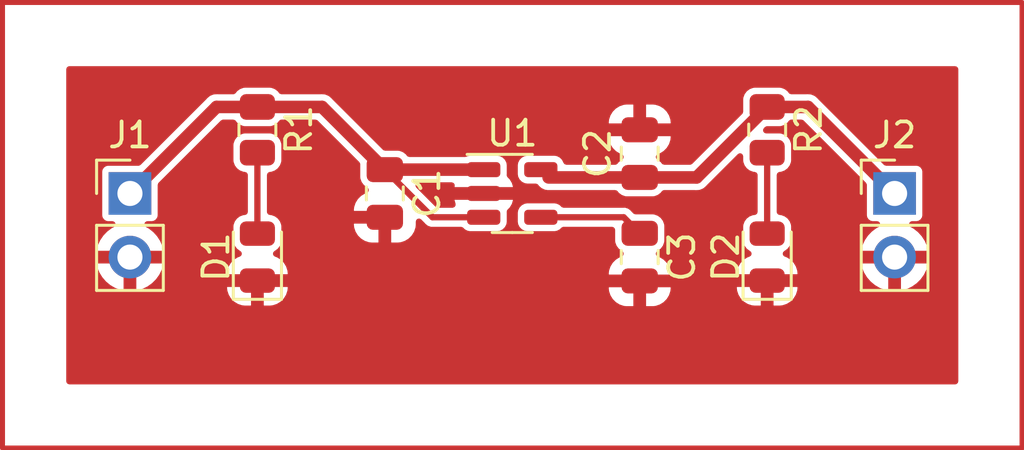
<source format=kicad_pcb>
(kicad_pcb (version 20211014) (generator pcbnew)
  (layers (0 "F.Cu" signal) (31 "B.Cu" signal) (34 "B.Paste" user) (35 "F.Paste" user) (36 "B.SilkS" user "B.Silkscreen") (37 "F.SilkS" user "F.Silkscreen") (38 "B.Mask" user) (39 "F.Mask" user) (44 "Edge.Cuts" user))
  (net 0 "")
  (net 1 "Net-(C1-Pad1)")
  (net 2 "GND")
  (net 3 "Net-(C2-Pad1)")
  (net 4 "Net-(C3-Pad1)")
  (net 5 "Net-(D1-Pad2)")
  (net 6 "Net-(R2-Pad2)")
  (footprint "Capacitor_SMD:C_0805_2012Metric" (layer "F.Cu") (at 152.4 83.82 -90)
    (fp_text reference "C1" (at 0 -1.68 90) (layer "F.SilkS"))
    (fp_text value "0.1uF")
    (fp_line (start -0.261252 -0.735) (end 0.261252 -0.735) (layer "F.SilkS") (width 0.12))
    (fp_line (start -0.261252 0.735) (end 0.261252 0.735) (layer "F.SilkS") (width 0.12))
    (pad "1" smd roundrect (at -0.95 0 270) (size 1 1.45) (layers "F.Cu" "F.Paste" "F.Mask") (net 1 "Net-(C1-Pad1)"))
    (pad "2" smd roundrect (at 0.95 0 270) (size 1 1.45) (layers "F.Cu" "F.Paste" "F.Mask") (net 2 "GND"))
  )
  (footprint "Resistor_SMD:R_0805_2012Metric" (layer "F.Cu") (at 167.64 81.28 -90)
    (fp_text reference "R2" (at 0 -1.65 90) (layer "F.SilkS"))
    (fp_text value "R")
    (fp_line (start -0.227064 -0.735) (end 0.227064 -0.735) (layer "F.SilkS") (width 0.12))
    (fp_line (start -0.227064 0.735) (end 0.227064 0.735) (layer "F.SilkS") (width 0.12))
    (pad "1" smd roundrect (at -0.9125 0 270) (size 1.025 1.4) (layers "F.Cu" "F.Paste" "F.Mask") (roundrect_rratio 0.243902) (net 3 "Net-(C2-Pad1)"))
    (pad "2" smd roundrect (at 0.9125 0 270) (size 1.025 1.4) (layers "F.Cu" "F.Paste" "F.Mask") (roundrect_rratio 0.243902) (net 6 "Net-(R2-Pad2)"))
  )
  (footprint "Capacitor_SMD:C_0805_2012Metric" (layer "F.Cu") (at 162.56 82.23 90)
    (fp_text reference "C2" (at 0 -1.68 90) (layer "F.SilkS"))
    (fp_text value "2.2uF")
    (fp_line (start -0.261252 0.735) (end 0.261252 0.735) (layer "F.SilkS") (width 0.12))
    (fp_line (start -0.261252 -0.735) (end 0.261252 -0.735) (layer "F.SilkS") (width 0.12))
    (pad "1" smd roundrect (at -0.95 0 90) (size 1 1.45) (layers "F.Cu" "F.Paste" "F.Mask") (net 3 "Net-(C2-Pad1)"))
    (pad "2" smd roundrect (at 0.95 0 90) (size 1 1.45) (layers "F.Cu" "F.Paste" "F.Mask") (net 2 "GND"))
  )
  (footprint "Connector_PinHeader_2.54mm:PinHeader_1x02_P2.54mm_Vertical" (layer "F.Cu") (at 142.24 83.82)
    (fp_text reference "J1" (at 0 -2.33) (layer "F.SilkS"))
    (fp_text value "Conn_01x02")
    (fp_line (start -1.33 0) (end -1.33 -1.33) (layer "F.SilkS") (width 0.12))
    (fp_line (start -1.33 -1.33) (end 0 -1.33) (layer "F.SilkS") (width 0.12))
    (fp_line (start -1.33 1.27) (end 1.33 1.27) (layer "F.SilkS") (width 0.12))
    (fp_line (start 1.33 1.27) (end 1.33 3.87) (layer "F.SilkS") (width 0.12))
    (fp_line (start -1.33 1.27) (end -1.33 3.87) (layer "F.SilkS") (width 0.12))
    (fp_line (start -1.33 3.87) (end 1.33 3.87) (layer "F.SilkS") (width 0.12))
    (pad "1" thru_hole rect (at 0 0) (size 1.7 1.7) (drill 1) (layers *.Cu *.Mask) (net 1 "Net-(C1-Pad1)"))
    (pad "2" thru_hole oval (at 0 2.54) (size 1.7 1.7) (drill 1) (layers *.Cu *.Mask) (net 2 "GND"))
  )
  (footprint "Resistor_SMD:R_0805_2012Metric" (layer "F.Cu") (at 147.32 81.28 -90)
    (fp_text reference "R1" (at 0 -1.65 90) (layer "F.SilkS"))
    (fp_text value "R")
    (fp_line (start -0.227064 0.735) (end 0.227064 0.735) (layer "F.SilkS") (width 0.12))
    (fp_line (start -0.227064 -0.735) (end 0.227064 -0.735) (layer "F.SilkS") (width 0.12))
    (pad "1" smd roundrect (at -0.9125 0 270) (size 1.025 1.4) (layers "F.Cu" "F.Paste" "F.Mask") (roundrect_rratio 0.243902) (net 1 "Net-(C1-Pad1)"))
    (pad "2" smd roundrect (at 0.9125 0 270) (size 1.025 1.4) (layers "F.Cu" "F.Paste" "F.Mask") (roundrect_rratio 0.243902) (net 5 "Net-(D1-Pad2)"))
  )
  (footprint "LED_SMD:LED_0805_2012Metric" (layer "F.Cu") (at 167.64 86.36 90)
    (fp_text reference "D2" (at 0 -1.65 90) (layer "F.SilkS"))
    (fp_text value "LED")
    (fp_line (start -1.685 0.96) (end 1 0.96) (layer "F.SilkS") (width 0.12))
    (fp_line (start -1.685 -0.96) (end -1.685 0.96) (layer "F.SilkS") (width 0.12))
    (fp_line (start 1 -0.96) (end -1.685 -0.96) (layer "F.SilkS") (width 0.12))
    (pad "1" smd roundrect (at -0.9375 0 90) (size 0.975 1.4) (layers "F.Cu" "F.Paste" "F.Mask") (net 2 "GND"))
    (pad "2" smd roundrect (at 0.9375 0 90) (size 0.975 1.4) (layers "F.Cu" "F.Paste" "F.Mask") (net 6 "Net-(R2-Pad2)"))
  )
  (footprint "LED_SMD:LED_0805_2012Metric" (layer "F.Cu") (at 147.32 86.36 90)
    (fp_text reference "D1" (at 0 -1.65 90) (layer "F.SilkS"))
    (fp_text value "LED")
    (fp_line (start -1.685 0.96) (end 1 0.96) (layer "F.SilkS") (width 0.12))
    (fp_line (start -1.685 -0.96) (end -1.685 0.96) (layer "F.SilkS") (width 0.12))
    (fp_line (start 1 -0.96) (end -1.685 -0.96) (layer "F.SilkS") (width 0.12))
    (pad "1" smd roundrect (at -0.9375 0 90) (size 0.975 1.4) (layers "F.Cu" "F.Paste" "F.Mask") (net 2 "GND"))
    (pad "2" smd roundrect (at 0.9375 0 90) (size 0.975 1.4) (layers "F.Cu" "F.Paste" "F.Mask") (net 5 "Net-(D1-Pad2)"))
  )
  (footprint "Capacitor_SMD:C_0805_2012Metric" (layer "F.Cu") (at 162.56 86.36 -90)
    (fp_text reference "C3" (at 0 -1.68 90) (layer "F.SilkS"))
    (fp_text value "0.01uF")
    (fp_line (start -0.261252 0.735) (end 0.261252 0.735) (layer "F.SilkS") (width 0.12))
    (fp_line (start -0.261252 -0.735) (end 0.261252 -0.735) (layer "F.SilkS") (width 0.12))
    (pad "1" smd roundrect (at -0.95 0 270) (size 1 1.45) (layers "F.Cu" "F.Paste" "F.Mask") (net 4 "Net-(C3-Pad1)"))
    (pad "2" smd roundrect (at 0.95 0 270) (size 1 1.45) (layers "F.Cu" "F.Paste" "F.Mask") (net 2 "GND"))
  )
  (footprint "Connector_PinHeader_2.54mm:PinHeader_1x02_P2.54mm_Vertical" (layer "F.Cu") (at 172.72 83.82)
    (fp_text reference "J2" (at 0 -2.33) (layer "F.SilkS"))
    (fp_text value "Conn_01x02")
    (fp_line (start -1.33 3.87) (end 1.33 3.87) (layer "F.SilkS") (width 0.12))
    (fp_line (start -1.33 1.27) (end 1.33 1.27) (layer "F.SilkS") (width 0.12))
    (fp_line (start 1.33 1.27) (end 1.33 3.87) (layer "F.SilkS") (width 0.12))
    (fp_line (start -1.33 1.27) (end -1.33 3.87) (layer "F.SilkS") (width 0.12))
    (fp_line (start -1.33 0) (end -1.33 -1.33) (layer "F.SilkS") (width 0.12))
    (fp_line (start -1.33 -1.33) (end 0 -1.33) (layer "F.SilkS") (width 0.12))
    (pad "1" thru_hole rect (at 0 0) (size 1.7 1.7) (drill 1) (layers *.Cu *.Mask) (net 3 "Net-(C2-Pad1)"))
    (pad "2" thru_hole oval (at 0 2.54) (size 1.7 1.7) (drill 1) (layers *.Cu *.Mask) (net 2 "GND"))
  )
  (footprint "Package_TO_SOT_SMD:SOT-23-5" (layer "F.Cu") (at 157.48 83.82)
    (fp_text reference "U1" (at 0 -2.4) (layer "F.SilkS"))
    (fp_text value "TPS79333-EP")
    (fp_line (start 0 1.56) (end -0.8 1.56) (layer "F.SilkS") (width 0.12))
    (fp_line (start 0 -1.56) (end 0.8 -1.56) (layer "F.SilkS") (width 0.12))
    (fp_line (start 0 -1.56) (end -1.8 -1.56) (layer "F.SilkS") (width 0.12))
    (fp_line (start 0 1.56) (end 0.8 1.56) (layer "F.SilkS") (width 0.12))
    (pad "1" smd roundrect (at -1.1375 -0.95) (size 1.325 0.6) (layers "F.Cu" "F.Paste" "F.Mask") (net 1 "Net-(C1-Pad1)"))
    (pad "2" smd roundrect (at -1.1375 0) (size 1.325 0.6) (layers "F.Cu" "F.Paste" "F.Mask") (net 2 "GND"))
    (pad "3" smd roundrect (at -1.1375 0.95) (size 1.325 0.6) (layers "F.Cu" "F.Paste" "F.Mask") (net 1 "Net-(C1-Pad1)"))
    (pad "4" smd roundrect (at 1.1375 0.95) (size 1.325 0.6) (layers "F.Cu" "F.Paste" "F.Mask") (net 4 "Net-(C3-Pad1)"))
    (pad "5" smd roundrect (at 1.1375 -0.95) (size 1.325 0.6) (layers "F.Cu" "F.Paste" "F.Mask") (net 3 "Net-(C2-Pad1)"))
  )
  (gr_rect (start 137.16 76.2) (end 177.8 93.98) (layer "F.Cu") (width 0.2) (fill none))
  (segment (start 145.6925 80.3675) (end 147.32 80.3675) (width 0.5) (layer "F.Cu") (net 1))
  (segment (start 156.3425 84.77) (end 154.3 84.77) (width 0.25) (layer "F.Cu") (net 1))
  (segment (start 152.4 82.87) (end 156.3425 82.87) (width 0.5) (layer "F.Cu") (net 1))
  (segment (start 154.3 84.77) (end 152.4 82.87) (width 0.25) (layer "F.Cu") (net 1))
  (segment (start 149.8975 80.3675) (end 152.4 82.87) (width 0.5) (layer "F.Cu") (net 1))
  (segment (start 142.24 83.82) (end 145.6925 80.3675) (width 0.5) (layer "F.Cu") (net 1))
  (segment (start 147.32 80.3675) (end 149.8975 80.3675) (width 0.5) (layer "F.Cu") (net 1))
  (segment (start 162.56 83.18) (end 164.8275 83.18) (width 0.5) (layer "F.Cu") (net 3))
  (segment (start 158.6175 82.87) (end 158.9275 83.18) (width 0.25) (layer "F.Cu") (net 3))
  (segment (start 169.2675 80.3675) (end 167.64 80.3675) (width 0.5) (layer "F.Cu") (net 3))
  (segment (start 172.72 83.82) (end 169.2675 80.3675) (width 0.5) (layer "F.Cu") (net 3))
  (segment (start 164.8275 83.18) (end 167.64 80.3675) (width 0.5) (layer "F.Cu") (net 3))
  (segment (start 158.9275 83.18) (end 162.56 83.18) (width 0.5) (layer "F.Cu") (net 3))
  (segment (start 158.6175 84.77) (end 161.92 84.77) (width 0.25) (layer "F.Cu") (net 4))
  (segment (start 161.92 84.77) (end 162.56 85.41) (width 0.25) (layer "F.Cu") (net 4))
  (segment (start 147.32 82.1925) (end 147.32 85.4225) (width 0.25) (layer "F.Cu") (net 5))
  (segment (start 167.64 82.1925) (end 167.64 85.4225) (width 0.25) (layer "F.Cu") (net 6))
  (zone (net 2) (net_name "GND") (layer "F.Cu") (connect_pads (clearance 0.254)) (min_thickness 0.254) (fill yes (thermal_gap 0.508) (thermal_bridge_width 0.508))
    (polygon (pts (xy 175.26 91.44) (xy 139.7 91.44) (xy 139.7 78.74) (xy 175.26 78.74)))
  )
)
</source>
